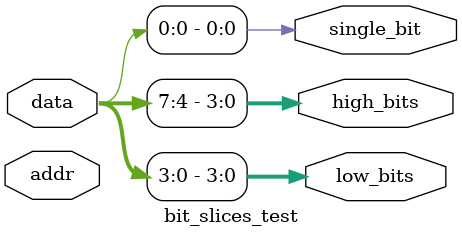
<source format=v>
module bit_slices_test(
    input [7:0] data,
    input [3:0] addr,
    output [3:0] low_bits,
    output [3:0] high_bits,
    output single_bit
);

    // Bit slice với range
    assign low_bits = data[3:0];
    assign high_bits = data[7:4];
    
    // Single bit index
    assign single_bit = data[0];
    
    // Bit slice trong expression
    wire [1:0] temp;
    assign temp = data[5:4] & addr[1:0];

endmodule


</source>
